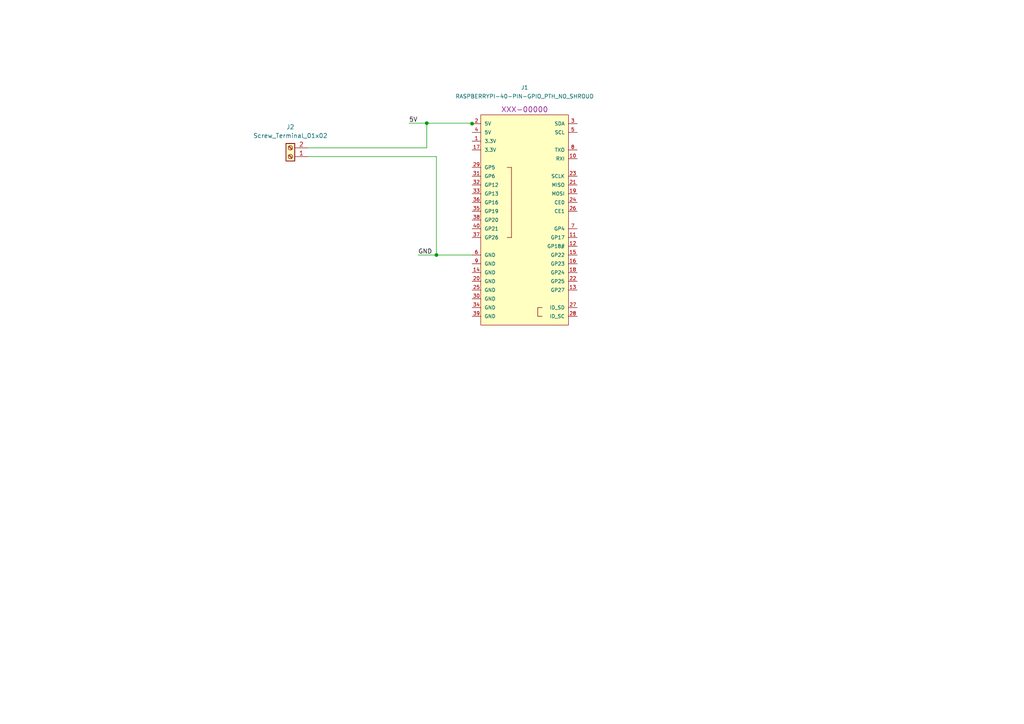
<source format=kicad_sch>
(kicad_sch (version 20211123) (generator eeschema)
  (paper "A4")
  (lib_symbols
    (symbol "Connector:Screw_Terminal_01x02" (pin_names (offset 1.016) hide)
      (property "Reference" "J" (at 0 2.54 0))
      (property "Value" "Screw_Terminal_01x02" (at 0 -5.08 0))
      (symbol "Screw_Terminal_01x02_1_1"
        (rectangle (start -1.27 1.27) (end 1.27 -3.81) (stroke (width 0.254)) (fill (type background)))
        (circle (center 0 -2.54) (radius 0.635) (stroke (width 0.1524)))
        (polyline (pts (xy -0.5334 -2.2098) (xy 0.3302 -3.048)) (stroke (width 0.1524)))
        (polyline (pts (xy -0.5334 0.3302) (xy 0.3302 -0.508)) (stroke (width 0.1524)))
        (polyline (pts (xy -0.3556 -2.032) (xy 0.508 -2.8702)) (stroke (width 0.1524)))
        (polyline (pts (xy -0.3556 0.508) (xy 0.508 -0.3302)) (stroke (width 0.1524)))
        (circle (center 0 0) (radius 0.635) (stroke (width 0.1524)))
        (pin passive line (at -5.08 0 0) (length 3.81) (name "Pin_1") (number "1"))
        (pin passive line (at -5.08 -2.54 0) (length 3.81) (name "Pin_2") (number "2"))
      )
    )
    (symbol "SparkFun-Connectors:RASPBERRYPI-40-PIN-GPIO_PTH_NO_SHROUD" (pin_names (offset 1.016))
      (property "Reference" "J" (at -12.7 31.75 0))
      (property "Value" "RASPBERRYPI-40-PIN-GPIO_PTH_NO_SHROUD" (at -12.7 -33.02 0))
      (property "Field4" "XXX-00000" (at 0 34.29 0))
      (symbol "RASPBERRYPI-40-PIN-GPIO_PTH_NO_SHROUD_0_1"
        (polyline (pts (xy -3.81 -5.08) (xy -5.08 -5.08)))
        (polyline (pts (xy -3.81 15.24) (xy -5.08 15.24)))
        (polyline (pts (xy 5.08 -25.4) (xy 3.81 -25.4) (xy 3.81 -27.94) (xy 5.08 -27.94)))
      )
      (symbol "RASPBERRYPI-40-PIN-GPIO_PTH_NO_SHROUD_1_0"
        (polyline (pts (xy -3.81 15.24) (xy -3.81 -5.08)))
      )
      (symbol "RASPBERRYPI-40-PIN-GPIO_PTH_NO_SHROUD_1_1"
        (polyline (pts (xy -12.7 30.48) (xy 12.7 30.48) (xy 12.7 -30.48) (xy -12.7 -30.48) (xy -12.7 30.48)) (fill (type background)))
        (pin power_in line (at -15.24 22.86 0) (length 2.54) (name "3.3V") (number "1"))
        (pin input line (at 15.24 17.78 180) (length 2.54) (name "RXI") (number "10"))
        (pin bidirectional line (at 15.24 -5.08 180) (length 2.54) (name "GP17") (number "11"))
        (pin bidirectional line (at 15.24 -7.62 180) (length 2.54) (name "GP18#") (number "12"))
        (pin bidirectional line (at 15.24 -20.32 180) (length 2.54) (name "GP27") (number "13"))
        (pin power_in line (at -15.24 -15.24 0) (length 2.54) (name "GND") (number "14"))
        (pin bidirectional line (at 15.24 -10.16 180) (length 2.54) (name "GP22") (number "15"))
        (pin bidirectional line (at 15.24 -12.7 180) (length 2.54) (name "GP23") (number "16"))
        (pin power_in line (at -15.24 20.32 0) (length 2.54) (name "3.3V") (number "17"))
        (pin bidirectional line (at 15.24 -15.24 180) (length 2.54) (name "GP24") (number "18"))
        (pin output line (at 15.24 7.62 180) (length 2.54) (name "MOSI") (number "19"))
        (pin power_in line (at -15.24 27.94 0) (length 2.54) (name "5V") (number "2"))
        (pin power_in line (at -15.24 -17.78 0) (length 2.54) (name "GND") (number "20"))
        (pin input line (at 15.24 10.16 180) (length 2.54) (name "MISO") (number "21"))
        (pin bidirectional line (at 15.24 -17.78 180) (length 2.54) (name "GP25") (number "22"))
        (pin output line (at 15.24 12.7 180) (length 2.54) (name "SCLK") (number "23"))
        (pin output line (at 15.24 5.08 180) (length 2.54) (name "CE0") (number "24"))
        (pin power_in line (at -15.24 -20.32 0) (length 2.54) (name "GND") (number "25"))
        (pin output line (at 15.24 2.54 180) (length 2.54) (name "CE1") (number "26"))
        (pin bidirectional line (at 15.24 -25.4 180) (length 2.54) (name "ID_SD") (number "27"))
        (pin bidirectional line (at 15.24 -27.94 180) (length 2.54) (name "ID_SC") (number "28"))
        (pin bidirectional line (at -15.24 15.24 0) (length 2.54) (name "GP5") (number "29"))
        (pin bidirectional line (at 15.24 27.94 180) (length 2.54) (name "SDA") (number "3"))
        (pin power_in line (at -15.24 -22.86 0) (length 2.54) (name "GND") (number "30"))
        (pin bidirectional line (at -15.24 12.7 0) (length 2.54) (name "GP6") (number "31"))
        (pin bidirectional line (at -15.24 10.16 0) (length 2.54) (name "GP12") (number "32"))
        (pin bidirectional line (at -15.24 7.62 0) (length 2.54) (name "GP13") (number "33"))
        (pin power_in line (at -15.24 -25.4 0) (length 2.54) (name "GND") (number "34"))
        (pin bidirectional line (at -15.24 2.54 0) (length 2.54) (name "GP19") (number "35"))
        (pin bidirectional line (at -15.24 5.08 0) (length 2.54) (name "GP16") (number "36"))
        (pin bidirectional line (at -15.24 -5.08 0) (length 2.54) (name "GP26") (number "37"))
        (pin bidirectional line (at -15.24 0 0) (length 2.54) (name "GP20") (number "38"))
        (pin power_in line (at -15.24 -27.94 0) (length 2.54) (name "GND") (number "39"))
        (pin power_in line (at -15.24 25.4 0) (length 2.54) (name "5V") (number "4"))
        (pin bidirectional line (at -15.24 -2.54 0) (length 2.54) (name "GP21") (number "40"))
        (pin bidirectional line (at 15.24 25.4 180) (length 2.54) (name "SCL") (number "5"))
        (pin power_in line (at -15.24 -10.16 0) (length 2.54) (name "GND") (number "6"))
        (pin bidirectional line (at 15.24 -2.54 180) (length 2.54) (name "GP4") (number "7"))
        (pin output line (at 15.24 20.32 180) (length 2.54) (name "TXO") (number "8"))
        (pin power_in line (at -15.24 -12.7 0) (length 2.54) (name "GND") (number "9"))
      )
    )
  )
  (junction (at 123.7807 35.7184))
  (junction (at 126.5748 73.9666))
  (junction (at 136.923 35.8666))
  (wire (pts (xy 126.5748 45.4242) (xy 126.5748 73.9666)))
  (wire (pts (xy 89.3019 45.4242) (xy 126.5748 45.4242)))
  (wire (pts (xy 136.923 35.7184) (xy 136.923 35.8666)))
  (wire (pts (xy 123.7807 42.8842) (xy 123.7807 35.7184)))
  (wire (pts (xy 89.3019 42.8842) (xy 123.7807 42.8842)))
  (wire (pts (xy 123.7807 35.7184) (xy 136.923 35.7184)))
  (wire (pts (xy 126.5748 73.9666) (xy 136.923 73.9666)))
  (wire (pts (xy 121.2807 73.9666) (xy 126.5748 73.9666)))
  (wire (pts (xy 118.6336 35.7184) (xy 123.7807 35.7184)))
  (label "5V" (at 118.6336 35.7184 0))
  (label "GND" (at 121.2807 73.9666 0))
  (symbol (lib_id "SparkFun-Connectors:RASPBERRYPI-40-PIN-GPIO_PTH_NO_SHROUD") (at 152.163 63.8066 0) (unit 1)
    (property "Reference" "J1" (at 152.163 25.4 0) (effects (font (size 1.143 1.143))))
    (property "Value" "RASPBERRYPI-40-PIN-GPIO_PTH_NO_SHROUD" (at 152.163 27.94 0) (effects (font (size 1.143 1.143))))
    (property "Footprint" "Connector_PinSocket_2.54mm:PinSocket_2x20_P2.54mm_Vertical" (effects hide))
    (property "Field4" "XXX-00000" (at 152.163 31.75 0) (effects (font (size 1.524 1.524))))
  )
  (symbol (lib_id "Connector:Screw_Terminal_01x02") (at 84.2219 45.4242 180) (unit 1)
    (property "Reference" "J2" (at 84.2219 36.83 0))
    (property "Value" "Screw_Terminal_01x02" (at 84.2219 39.37 0))
    (property "Footprint" "TerminalBlock_Phoenix:TerminalBlock_Phoenix_MKDS-1,5-2_1x02_P5.00mm_Horizontal" (effects hide))
  )
)
</source>
